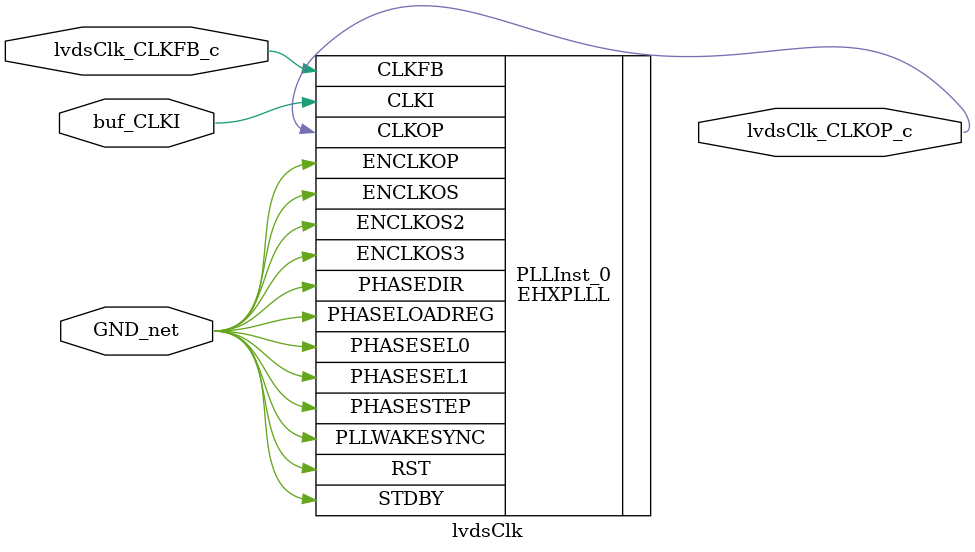
<source format=v>

module pll (lvdsClk_CLKFB, lvdsClk_CLKI, lvdsClk_CLKOP) /* synthesis sbp_module="true", syn_module_defined=1 */ ;   // c:/users/borna/documents/projects/fpga/blink/pll/pll.v(11[8:11])
    input lvdsClk_CLKFB;   // c:/users/borna/documents/projects/fpga/blink/pll/pll.v(12[11:24])
    input lvdsClk_CLKI /* synthesis black_box_pad_pin=1 */ ;   // c:/users/borna/documents/projects/fpga/blink/pll/pll.v(13[11:23])
    output lvdsClk_CLKOP;   // c:/users/borna/documents/projects/fpga/blink/pll/pll.v(14[12:25])
    
    wire lvdsClk_CLKOP_c /* synthesis is_clock=1 */ ;   // c:/users/borna/documents/projects/fpga/blink/pll/pll.v(14[12:25])
    wire buf_CLKI /* synthesis is_clock=1 */ ;   // c:/users/borna/documents/projects/fpga/blink/pll/lvdsclk/lvdsclk.v(16[10:18])
    
    wire lvdsClk_CLKFB_c, GND_net, VCC_net;
    
    GSR GSR_INST (.GSR(VCC_net));
    VHI i12 (.Z(VCC_net));
    lvdsClk lvdsClk_inst (.lvdsClk_CLKFB_c(lvdsClk_CLKFB_c), .lvdsClk_CLKOP_c(lvdsClk_CLKOP_c), 
            .buf_CLKI(buf_CLKI), .GND_net(GND_net)) /* synthesis NGD_DRC_MASK=1, syn_module_defined=1 */ ;   // c:/users/borna/documents/projects/fpga/blink/pll/pll.v(17[13:93])
    OB lvdsClk_CLKOP_pad (.I(lvdsClk_CLKOP_c), .O(lvdsClk_CLKOP));   // c:/users/borna/documents/projects/fpga/blink/pll/pll.v(14[12:25])
    IB lvdsClk_CLKFB_pad (.I(lvdsClk_CLKFB), .O(lvdsClk_CLKFB_c));   // c:/users/borna/documents/projects/fpga/blink/pll/pll.v(12[11:24])
    IB Inst1_IB (.I(lvdsClk_CLKI), .O(buf_CLKI)) /* synthesis IO_TYPE="LVCMOS33", syn_instantiated=1, LSE_LINE_FILE_ID=5, LSE_LCOL=13, LSE_RCOL=93, LSE_LLINE=17, LSE_RLINE=17 */ ;   // c:/users/borna/documents/projects/fpga/blink/pll/lvdsclk/lvdsclk.v(20[8:41])
    VLO i4 (.Z(GND_net));
    PUR PUR_INST (.PUR(VCC_net));
    defparam PUR_INST.RST_PULSE = 1;
    
endmodule
//
// Verilog Description of module lvdsClk
//

module lvdsClk (lvdsClk_CLKFB_c, lvdsClk_CLKOP_c, buf_CLKI, GND_net) /* synthesis NGD_DRC_MASK=1, syn_module_defined=1 */ ;
    input lvdsClk_CLKFB_c;
    output lvdsClk_CLKOP_c;
    input buf_CLKI;
    input GND_net;
    
    wire lvdsClk_CLKOP_c /* synthesis is_clock=1 */ ;   // c:/users/borna/documents/projects/fpga/blink/pll/pll.v(14[12:25])
    wire buf_CLKI /* synthesis is_clock=1 */ ;   // c:/users/borna/documents/projects/fpga/blink/pll/lvdsclk/lvdsclk.v(16[10:18])
    
    EHXPLLL PLLInst_0 (.CLKI(buf_CLKI), .CLKFB(lvdsClk_CLKFB_c), .PHASESEL0(GND_net), 
            .PHASESEL1(GND_net), .PHASEDIR(GND_net), .PHASESTEP(GND_net), 
            .PHASELOADREG(GND_net), .STDBY(GND_net), .PLLWAKESYNC(GND_net), 
            .RST(GND_net), .ENCLKOP(GND_net), .ENCLKOS(GND_net), .ENCLKOS2(GND_net), 
            .ENCLKOS3(GND_net), .CLKOP(lvdsClk_CLKOP_c)) /* synthesis FREQUENCY_PIN_CLKOP="336.000000", FREQUENCY_PIN_CLKI="48.000000", ICP_CURRENT="13", LPF_RESISTOR="8", syn_instantiated=1, LSE_LINE_FILE_ID=5, LSE_LCOL=13, LSE_RCOL=93, LSE_LLINE=17, LSE_RLINE=17 */ ;   // c:/users/borna/documents/projects/fpga/blink/pll/pll.v(17[13:93])
    defparam PLLInst_0.CLKI_DIV = 1;
    defparam PLLInst_0.CLKFB_DIV = 7;
    defparam PLLInst_0.CLKOP_DIV = 2;
    defparam PLLInst_0.CLKOS_DIV = 1;
    defparam PLLInst_0.CLKOS2_DIV = 1;
    defparam PLLInst_0.CLKOS3_DIV = 1;
    defparam PLLInst_0.CLKOP_ENABLE = "ENABLED";
    defparam PLLInst_0.CLKOS_ENABLE = "DISABLED";
    defparam PLLInst_0.CLKOS2_ENABLE = "DISABLED";
    defparam PLLInst_0.CLKOS3_ENABLE = "DISABLED";
    defparam PLLInst_0.CLKOP_CPHASE = 1;
    defparam PLLInst_0.CLKOS_CPHASE = 0;
    defparam PLLInst_0.CLKOS2_CPHASE = 0;
    defparam PLLInst_0.CLKOS3_CPHASE = 0;
    defparam PLLInst_0.CLKOP_FPHASE = 0;
    defparam PLLInst_0.CLKOS_FPHASE = 0;
    defparam PLLInst_0.CLKOS2_FPHASE = 0;
    defparam PLLInst_0.CLKOS3_FPHASE = 0;
    defparam PLLInst_0.FEEDBK_PATH = "USERCLOCK";
    defparam PLLInst_0.CLKOP_TRIM_POL = "FALLING";
    defparam PLLInst_0.CLKOP_TRIM_DELAY = 0;
    defparam PLLInst_0.CLKOS_TRIM_POL = "FALLING";
    defparam PLLInst_0.CLKOS_TRIM_DELAY = 0;
    defparam PLLInst_0.OUTDIVIDER_MUXA = "DIVA";
    defparam PLLInst_0.OUTDIVIDER_MUXB = "DIVB";
    defparam PLLInst_0.OUTDIVIDER_MUXC = "DIVC";
    defparam PLLInst_0.OUTDIVIDER_MUXD = "DIVD";
    defparam PLLInst_0.PLL_LOCK_MODE = 0;
    defparam PLLInst_0.PLL_LOCK_DELAY = 200;
    defparam PLLInst_0.STDBY_ENABLE = "DISABLED";
    defparam PLLInst_0.REFIN_RESET = "DISABLED";
    defparam PLLInst_0.SYNC_ENABLE = "DISABLED";
    defparam PLLInst_0.INT_LOCK_STICKY = "ENABLED";
    defparam PLLInst_0.DPHASE_SOURCE = "DISABLED";
    defparam PLLInst_0.PLLRST_ENA = "DISABLED";
    defparam PLLInst_0.INTFB_WAKE = "DISABLED";
    
endmodule
//
// Verilog Description of module PUR
// module not written out since it is a black-box. 
//


</source>
